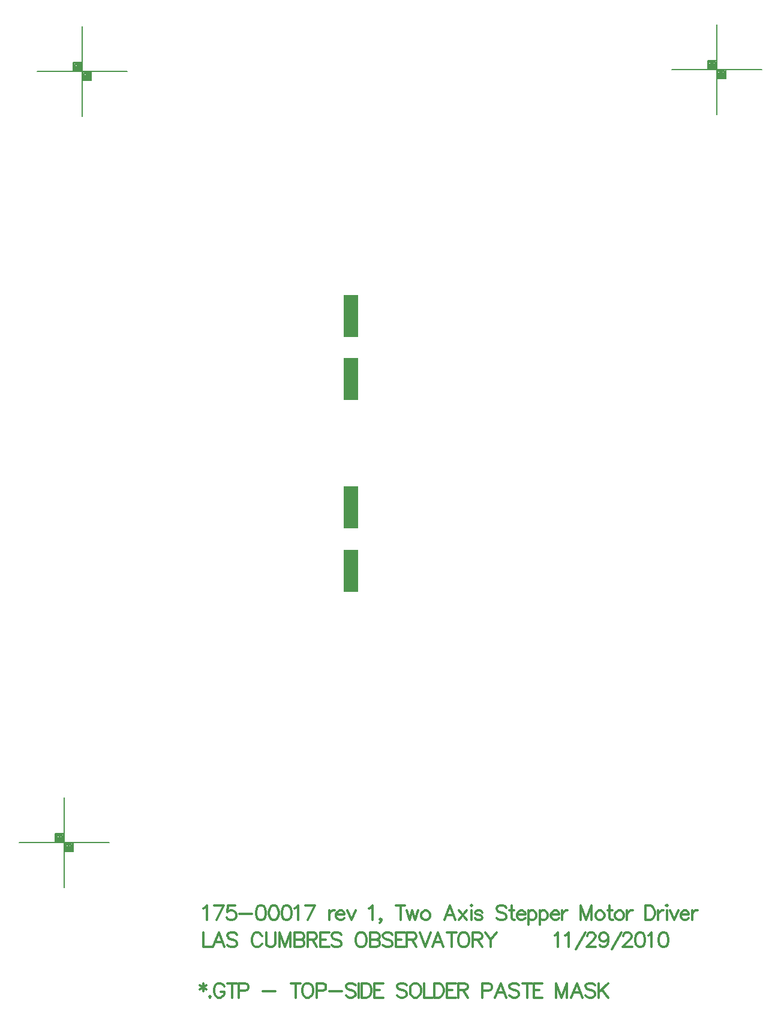
<source format=gtp>
%FSLAX23Y23*%
%MOIN*%
G70*
G01*
G75*
G04 Layer_Color=8421504*
%ADD10R,0.079X0.236*%
%ADD11C,0.007*%
%ADD12C,0.050*%
%ADD13C,0.010*%
%ADD14C,0.020*%
%ADD15C,0.012*%
%ADD16C,0.008*%
%ADD17C,0.012*%
%ADD18C,0.012*%
%ADD19C,0.050*%
%ADD20C,0.079*%
%ADD21R,0.079X0.079*%
%ADD22R,0.059X0.059*%
%ADD23C,0.059*%
%ADD24C,0.276*%
%ADD25C,0.219*%
%ADD26C,0.024*%
%ADD27C,0.040*%
%ADD28C,0.065*%
G04:AMPARAMS|DCode=29|XSize=85mil|YSize=85mil|CornerRadius=0mil|HoleSize=0mil|Usage=FLASHONLY|Rotation=0.000|XOffset=0mil|YOffset=0mil|HoleType=Round|Shape=Relief|Width=10mil|Gap=10mil|Entries=4|*
%AMTHD29*
7,0,0,0.085,0.065,0.010,45*
%
%ADD29THD29*%
%ADD30C,0.099*%
G04:AMPARAMS|DCode=31|XSize=119.055mil|YSize=119.055mil|CornerRadius=0mil|HoleSize=0mil|Usage=FLASHONLY|Rotation=0.000|XOffset=0mil|YOffset=0mil|HoleType=Round|Shape=Relief|Width=10mil|Gap=10mil|Entries=4|*
%AMTHD31*
7,0,0,0.119,0.099,0.010,45*
%
%ADD31THD31*%
%ADD32C,0.075*%
%ADD33C,0.197*%
%ADD34C,0.206*%
%ADD35C,0.068*%
G04:AMPARAMS|DCode=36|XSize=70mil|YSize=70mil|CornerRadius=0mil|HoleSize=0mil|Usage=FLASHONLY|Rotation=0.000|XOffset=0mil|YOffset=0mil|HoleType=Round|Shape=Relief|Width=10mil|Gap=10mil|Entries=4|*
%AMTHD36*
7,0,0,0.070,0.050,0.010,45*
%
%ADD36THD36*%
G04:AMPARAMS|DCode=37|XSize=88mil|YSize=88mil|CornerRadius=0mil|HoleSize=0mil|Usage=FLASHONLY|Rotation=0.000|XOffset=0mil|YOffset=0mil|HoleType=Round|Shape=Relief|Width=10mil|Gap=10mil|Entries=4|*
%AMTHD37*
7,0,0,0.088,0.068,0.010,45*
%
%ADD37THD37*%
%ADD38C,0.075*%
%ADD39O,0.079X0.024*%
%ADD40R,0.078X0.048*%
%ADD41R,0.050X0.050*%
%ADD42R,0.130X0.094*%
%ADD43R,0.020X0.709*%
%ADD44R,0.085X0.016*%
%ADD45R,0.059X0.039*%
%ADD46C,0.030*%
%ADD47C,0.005*%
%ADD48C,0.008*%
%ADD49R,0.149X0.227*%
D10*
X31838Y22190D02*
D03*
Y22542D02*
D03*
Y21477D02*
D03*
Y21125D02*
D03*
D16*
X33620Y23910D02*
X34120D01*
X33870Y23660D02*
Y24160D01*
X33820Y23910D02*
Y23960D01*
X33870D01*
X33920Y23860D02*
Y23910D01*
X33870Y23860D02*
X33920D01*
X33875Y23905D02*
X33915D01*
Y23865D02*
Y23905D01*
X33875Y23865D02*
X33915D01*
X33875D02*
Y23905D01*
X33880Y23900D02*
X33910D01*
Y23870D02*
Y23900D01*
X33880Y23870D02*
X33910D01*
X33880D02*
Y23895D01*
X33885D02*
X33905D01*
Y23875D02*
Y23895D01*
X33885Y23875D02*
X33905D01*
X33885D02*
Y23890D01*
X33890D02*
X33900D01*
Y23880D02*
Y23890D01*
X33890Y23880D02*
X33900D01*
X33890D02*
Y23890D01*
Y23885D02*
X33900D01*
X33825Y23955D02*
X33865D01*
Y23915D02*
Y23955D01*
X33825Y23915D02*
X33865D01*
X33825D02*
Y23955D01*
X33830Y23950D02*
X33860D01*
Y23920D02*
Y23950D01*
X33830Y23920D02*
X33860D01*
X33830D02*
Y23945D01*
X33835D02*
X33855D01*
Y23925D02*
Y23945D01*
X33835Y23925D02*
X33855D01*
X33835D02*
Y23940D01*
X33840D02*
X33850D01*
Y23930D02*
Y23940D01*
X33840Y23930D02*
X33850D01*
X33840D02*
Y23940D01*
Y23935D02*
X33850D01*
X30094Y23901D02*
X30594D01*
X30344Y23651D02*
Y24151D01*
X30294Y23901D02*
Y23951D01*
X30344D01*
X30394Y23851D02*
Y23901D01*
X30344Y23851D02*
X30394D01*
X30349Y23896D02*
X30389D01*
Y23856D02*
Y23896D01*
X30349Y23856D02*
X30389D01*
X30349D02*
Y23896D01*
X30354Y23891D02*
X30384D01*
Y23861D02*
Y23891D01*
X30354Y23861D02*
X30384D01*
X30354D02*
Y23886D01*
X30359D02*
X30379D01*
Y23866D02*
Y23886D01*
X30359Y23866D02*
X30379D01*
X30359D02*
Y23881D01*
X30364D02*
X30374D01*
Y23871D02*
Y23881D01*
X30364Y23871D02*
X30374D01*
X30364D02*
Y23881D01*
Y23876D02*
X30374D01*
X30299Y23946D02*
X30339D01*
Y23906D02*
Y23946D01*
X30299Y23906D02*
X30339D01*
X30299D02*
Y23946D01*
X30304Y23941D02*
X30334D01*
Y23911D02*
Y23941D01*
X30304Y23911D02*
X30334D01*
X30304D02*
Y23936D01*
X30309D02*
X30329D01*
Y23916D02*
Y23936D01*
X30309Y23916D02*
X30329D01*
X30309D02*
Y23931D01*
X30314D02*
X30324D01*
Y23921D02*
Y23931D01*
X30314Y23921D02*
X30324D01*
X30314D02*
Y23931D01*
Y23926D02*
X30324D01*
X29995Y19615D02*
X30495D01*
X30245Y19365D02*
Y19865D01*
X30195Y19615D02*
Y19665D01*
X30245D01*
X30295Y19565D02*
Y19615D01*
X30245Y19565D02*
X30295D01*
X30250Y19610D02*
X30290D01*
Y19570D02*
Y19610D01*
X30250Y19570D02*
X30290D01*
X30250D02*
Y19610D01*
X30255Y19605D02*
X30285D01*
Y19575D02*
Y19605D01*
X30255Y19575D02*
X30285D01*
X30255D02*
Y19600D01*
X30260D02*
X30280D01*
Y19580D02*
Y19600D01*
X30260Y19580D02*
X30280D01*
X30260D02*
Y19595D01*
X30265D02*
X30275D01*
Y19585D02*
Y19595D01*
X30265Y19585D02*
X30275D01*
X30265D02*
Y19595D01*
Y19590D02*
X30275D01*
X30200Y19660D02*
X30240D01*
Y19620D02*
Y19660D01*
X30200Y19620D02*
X30240D01*
X30200D02*
Y19660D01*
X30205Y19655D02*
X30235D01*
Y19625D02*
Y19655D01*
X30205Y19625D02*
X30235D01*
X30205D02*
Y19650D01*
X30210D02*
X30230D01*
Y19630D02*
Y19650D01*
X30210Y19630D02*
X30230D01*
X30210D02*
Y19645D01*
X30215D02*
X30225D01*
Y19635D02*
Y19645D01*
X30215Y19635D02*
X30225D01*
X30215D02*
Y19645D01*
Y19640D02*
X30225D01*
D17*
X31016Y18832D02*
Y18786D01*
X30997Y18821D02*
X31035Y18798D01*
Y18821D02*
X30997Y18798D01*
X31055Y18760D02*
X31051Y18756D01*
X31055Y18752D01*
X31059Y18756D01*
X31055Y18760D01*
X31133Y18813D02*
X31130Y18821D01*
X31122Y18828D01*
X31114Y18832D01*
X31099D01*
X31092Y18828D01*
X31084Y18821D01*
X31080Y18813D01*
X31076Y18802D01*
Y18783D01*
X31080Y18771D01*
X31084Y18763D01*
X31092Y18756D01*
X31099Y18752D01*
X31114D01*
X31122Y18756D01*
X31130Y18763D01*
X31133Y18771D01*
Y18783D01*
X31114D02*
X31133D01*
X31178Y18832D02*
Y18752D01*
X31152Y18832D02*
X31205D01*
X31215Y18790D02*
X31249D01*
X31260Y18794D01*
X31264Y18798D01*
X31268Y18805D01*
Y18817D01*
X31264Y18824D01*
X31260Y18828D01*
X31249Y18832D01*
X31215D01*
Y18752D01*
X31349Y18786D02*
X31417D01*
X31530Y18832D02*
Y18752D01*
X31504Y18832D02*
X31557D01*
X31589D02*
X31582Y18828D01*
X31574Y18821D01*
X31570Y18813D01*
X31567Y18802D01*
Y18783D01*
X31570Y18771D01*
X31574Y18763D01*
X31582Y18756D01*
X31589Y18752D01*
X31605D01*
X31612Y18756D01*
X31620Y18763D01*
X31624Y18771D01*
X31627Y18783D01*
Y18802D01*
X31624Y18813D01*
X31620Y18821D01*
X31612Y18828D01*
X31605Y18832D01*
X31589D01*
X31646Y18790D02*
X31680D01*
X31692Y18794D01*
X31696Y18798D01*
X31699Y18805D01*
Y18817D01*
X31696Y18824D01*
X31692Y18828D01*
X31680Y18832D01*
X31646D01*
Y18752D01*
X31717Y18786D02*
X31786D01*
X31863Y18821D02*
X31855Y18828D01*
X31844Y18832D01*
X31829D01*
X31817Y18828D01*
X31810Y18821D01*
Y18813D01*
X31813Y18805D01*
X31817Y18802D01*
X31825Y18798D01*
X31848Y18790D01*
X31855Y18786D01*
X31859Y18783D01*
X31863Y18775D01*
Y18763D01*
X31855Y18756D01*
X31844Y18752D01*
X31829D01*
X31817Y18756D01*
X31810Y18763D01*
X31881Y18832D02*
Y18752D01*
X31898Y18832D02*
Y18752D01*
Y18832D02*
X31924D01*
X31936Y18828D01*
X31943Y18821D01*
X31947Y18813D01*
X31951Y18802D01*
Y18783D01*
X31947Y18771D01*
X31943Y18763D01*
X31936Y18756D01*
X31924Y18752D01*
X31898D01*
X32018Y18832D02*
X31969D01*
Y18752D01*
X32018D01*
X31969Y18794D02*
X31999D01*
X32148Y18821D02*
X32140Y18828D01*
X32129Y18832D01*
X32113D01*
X32102Y18828D01*
X32094Y18821D01*
Y18813D01*
X32098Y18805D01*
X32102Y18802D01*
X32110Y18798D01*
X32133Y18790D01*
X32140Y18786D01*
X32144Y18783D01*
X32148Y18775D01*
Y18763D01*
X32140Y18756D01*
X32129Y18752D01*
X32113D01*
X32102Y18756D01*
X32094Y18763D01*
X32188Y18832D02*
X32181Y18828D01*
X32173Y18821D01*
X32169Y18813D01*
X32166Y18802D01*
Y18783D01*
X32169Y18771D01*
X32173Y18763D01*
X32181Y18756D01*
X32188Y18752D01*
X32204D01*
X32211Y18756D01*
X32219Y18763D01*
X32223Y18771D01*
X32227Y18783D01*
Y18802D01*
X32223Y18813D01*
X32219Y18821D01*
X32211Y18828D01*
X32204Y18832D01*
X32188D01*
X32245D02*
Y18752D01*
X32291D01*
X32300Y18832D02*
Y18752D01*
Y18832D02*
X32326D01*
X32338Y18828D01*
X32345Y18821D01*
X32349Y18813D01*
X32353Y18802D01*
Y18783D01*
X32349Y18771D01*
X32345Y18763D01*
X32338Y18756D01*
X32326Y18752D01*
X32300D01*
X32420Y18832D02*
X32371D01*
Y18752D01*
X32420D01*
X32371Y18794D02*
X32401D01*
X32434Y18832D02*
Y18752D01*
Y18832D02*
X32468D01*
X32479Y18828D01*
X32483Y18824D01*
X32487Y18817D01*
Y18809D01*
X32483Y18802D01*
X32479Y18798D01*
X32468Y18794D01*
X32434D01*
X32460D02*
X32487Y18752D01*
X32568Y18790D02*
X32602D01*
X32614Y18794D01*
X32617Y18798D01*
X32621Y18805D01*
Y18817D01*
X32617Y18824D01*
X32614Y18828D01*
X32602Y18832D01*
X32568D01*
Y18752D01*
X32700D02*
X32670Y18832D01*
X32639Y18752D01*
X32650Y18779D02*
X32689D01*
X32772Y18821D02*
X32764Y18828D01*
X32753Y18832D01*
X32738D01*
X32726Y18828D01*
X32719Y18821D01*
Y18813D01*
X32722Y18805D01*
X32726Y18802D01*
X32734Y18798D01*
X32757Y18790D01*
X32764Y18786D01*
X32768Y18783D01*
X32772Y18775D01*
Y18763D01*
X32764Y18756D01*
X32753Y18752D01*
X32738D01*
X32726Y18756D01*
X32719Y18763D01*
X32817Y18832D02*
Y18752D01*
X32790Y18832D02*
X32843D01*
X32902D02*
X32853D01*
Y18752D01*
X32902D01*
X32853Y18794D02*
X32883D01*
X32978Y18832D02*
Y18752D01*
Y18832D02*
X33009Y18752D01*
X33039Y18832D02*
X33009Y18752D01*
X33039Y18832D02*
Y18752D01*
X33123D02*
X33093Y18832D01*
X33062Y18752D01*
X33074Y18779D02*
X33112D01*
X33195Y18821D02*
X33188Y18828D01*
X33176Y18832D01*
X33161D01*
X33149Y18828D01*
X33142Y18821D01*
Y18813D01*
X33146Y18805D01*
X33149Y18802D01*
X33157Y18798D01*
X33180Y18790D01*
X33188Y18786D01*
X33191Y18783D01*
X33195Y18775D01*
Y18763D01*
X33188Y18756D01*
X33176Y18752D01*
X33161D01*
X33149Y18756D01*
X33142Y18763D01*
X33213Y18832D02*
Y18752D01*
X33266Y18832D02*
X33213Y18779D01*
X33232Y18798D02*
X33266Y18752D01*
X31018Y19247D02*
X31025Y19251D01*
X31037Y19263D01*
Y19183D01*
X31130Y19263D02*
X31092Y19183D01*
X31076Y19263D02*
X31130D01*
X31193D02*
X31155D01*
X31151Y19228D01*
X31155Y19232D01*
X31167Y19236D01*
X31178D01*
X31190Y19232D01*
X31197Y19225D01*
X31201Y19213D01*
Y19205D01*
X31197Y19194D01*
X31190Y19186D01*
X31178Y19183D01*
X31167D01*
X31155Y19186D01*
X31151Y19190D01*
X31148Y19198D01*
X31219Y19217D02*
X31287D01*
X31334Y19263D02*
X31322Y19259D01*
X31315Y19247D01*
X31311Y19228D01*
Y19217D01*
X31315Y19198D01*
X31322Y19186D01*
X31334Y19183D01*
X31342D01*
X31353Y19186D01*
X31361Y19198D01*
X31364Y19217D01*
Y19228D01*
X31361Y19247D01*
X31353Y19259D01*
X31342Y19263D01*
X31334D01*
X31405D02*
X31394Y19259D01*
X31386Y19247D01*
X31382Y19228D01*
Y19217D01*
X31386Y19198D01*
X31394Y19186D01*
X31405Y19183D01*
X31413D01*
X31424Y19186D01*
X31432Y19198D01*
X31436Y19217D01*
Y19228D01*
X31432Y19247D01*
X31424Y19259D01*
X31413Y19263D01*
X31405D01*
X31476D02*
X31465Y19259D01*
X31457Y19247D01*
X31454Y19228D01*
Y19217D01*
X31457Y19198D01*
X31465Y19186D01*
X31476Y19183D01*
X31484D01*
X31495Y19186D01*
X31503Y19198D01*
X31507Y19217D01*
Y19228D01*
X31503Y19247D01*
X31495Y19259D01*
X31484Y19263D01*
X31476D01*
X31525Y19247D02*
X31532Y19251D01*
X31544Y19263D01*
Y19183D01*
X31637Y19263D02*
X31599Y19183D01*
X31583Y19263D02*
X31637D01*
X31717Y19236D02*
Y19183D01*
Y19213D02*
X31721Y19225D01*
X31729Y19232D01*
X31736Y19236D01*
X31748D01*
X31755Y19213D02*
X31801D01*
Y19221D01*
X31797Y19228D01*
X31793Y19232D01*
X31786Y19236D01*
X31774D01*
X31767Y19232D01*
X31759Y19225D01*
X31755Y19213D01*
Y19205D01*
X31759Y19194D01*
X31767Y19186D01*
X31774Y19183D01*
X31786D01*
X31793Y19186D01*
X31801Y19194D01*
X31818Y19236D02*
X31841Y19183D01*
X31864Y19236D02*
X31841Y19183D01*
X31939Y19247D02*
X31947Y19251D01*
X31959Y19263D01*
Y19183D01*
X32006Y19186D02*
X32002Y19183D01*
X31998Y19186D01*
X32002Y19190D01*
X32006Y19186D01*
Y19179D01*
X32002Y19171D01*
X31998Y19167D01*
X32113Y19263D02*
Y19183D01*
X32086Y19263D02*
X32139D01*
X32149Y19236D02*
X32164Y19183D01*
X32179Y19236D02*
X32164Y19183D01*
X32179Y19236D02*
X32195Y19183D01*
X32210Y19236D02*
X32195Y19183D01*
X32248Y19236D02*
X32240Y19232D01*
X32232Y19225D01*
X32229Y19213D01*
Y19205D01*
X32232Y19194D01*
X32240Y19186D01*
X32248Y19183D01*
X32259D01*
X32267Y19186D01*
X32274Y19194D01*
X32278Y19205D01*
Y19213D01*
X32274Y19225D01*
X32267Y19232D01*
X32259Y19236D01*
X32248D01*
X32419Y19183D02*
X32389Y19263D01*
X32358Y19183D01*
X32370Y19209D02*
X32408D01*
X32438Y19236D02*
X32480Y19183D01*
Y19236D02*
X32438Y19183D01*
X32504Y19263D02*
X32508Y19259D01*
X32512Y19263D01*
X32508Y19266D01*
X32504Y19263D01*
X32508Y19236D02*
Y19183D01*
X32568Y19225D02*
X32564Y19232D01*
X32553Y19236D01*
X32541D01*
X32530Y19232D01*
X32526Y19225D01*
X32530Y19217D01*
X32537Y19213D01*
X32557Y19209D01*
X32564Y19205D01*
X32568Y19198D01*
Y19194D01*
X32564Y19186D01*
X32553Y19183D01*
X32541D01*
X32530Y19186D01*
X32526Y19194D01*
X32701Y19251D02*
X32693Y19259D01*
X32682Y19263D01*
X32667D01*
X32655Y19259D01*
X32648Y19251D01*
Y19244D01*
X32651Y19236D01*
X32655Y19232D01*
X32663Y19228D01*
X32686Y19221D01*
X32693Y19217D01*
X32697Y19213D01*
X32701Y19205D01*
Y19194D01*
X32693Y19186D01*
X32682Y19183D01*
X32667D01*
X32655Y19186D01*
X32648Y19194D01*
X32730Y19263D02*
Y19198D01*
X32734Y19186D01*
X32742Y19183D01*
X32749D01*
X32719Y19236D02*
X32745D01*
X32761Y19213D02*
X32806D01*
Y19221D01*
X32803Y19228D01*
X32799Y19232D01*
X32791Y19236D01*
X32780D01*
X32772Y19232D01*
X32764Y19225D01*
X32761Y19213D01*
Y19205D01*
X32764Y19194D01*
X32772Y19186D01*
X32780Y19183D01*
X32791D01*
X32799Y19186D01*
X32806Y19194D01*
X32823Y19236D02*
Y19156D01*
Y19225D02*
X32831Y19232D01*
X32839Y19236D01*
X32850D01*
X32858Y19232D01*
X32865Y19225D01*
X32869Y19213D01*
Y19205D01*
X32865Y19194D01*
X32858Y19186D01*
X32850Y19183D01*
X32839D01*
X32831Y19186D01*
X32823Y19194D01*
X32886Y19236D02*
Y19156D01*
Y19225D02*
X32894Y19232D01*
X32902Y19236D01*
X32913D01*
X32921Y19232D01*
X32928Y19225D01*
X32932Y19213D01*
Y19205D01*
X32928Y19194D01*
X32921Y19186D01*
X32913Y19183D01*
X32902D01*
X32894Y19186D01*
X32886Y19194D01*
X32949Y19213D02*
X32995D01*
Y19221D01*
X32991Y19228D01*
X32987Y19232D01*
X32980Y19236D01*
X32968D01*
X32961Y19232D01*
X32953Y19225D01*
X32949Y19213D01*
Y19205D01*
X32953Y19194D01*
X32961Y19186D01*
X32968Y19183D01*
X32980D01*
X32987Y19186D01*
X32995Y19194D01*
X33012Y19236D02*
Y19183D01*
Y19213D02*
X33016Y19225D01*
X33023Y19232D01*
X33031Y19236D01*
X33042D01*
X33113Y19263D02*
Y19183D01*
Y19263D02*
X33143Y19183D01*
X33174Y19263D02*
X33143Y19183D01*
X33174Y19263D02*
Y19183D01*
X33215Y19236D02*
X33208Y19232D01*
X33200Y19225D01*
X33196Y19213D01*
Y19205D01*
X33200Y19194D01*
X33208Y19186D01*
X33215Y19183D01*
X33227D01*
X33234Y19186D01*
X33242Y19194D01*
X33246Y19205D01*
Y19213D01*
X33242Y19225D01*
X33234Y19232D01*
X33227Y19236D01*
X33215D01*
X33275Y19263D02*
Y19198D01*
X33279Y19186D01*
X33286Y19183D01*
X33294D01*
X33263Y19236D02*
X33290D01*
X33324D02*
X33317Y19232D01*
X33309Y19225D01*
X33305Y19213D01*
Y19205D01*
X33309Y19194D01*
X33317Y19186D01*
X33324Y19183D01*
X33336D01*
X33343Y19186D01*
X33351Y19194D01*
X33355Y19205D01*
Y19213D01*
X33351Y19225D01*
X33343Y19232D01*
X33336Y19236D01*
X33324D01*
X33372D02*
Y19183D01*
Y19213D02*
X33376Y19225D01*
X33384Y19232D01*
X33391Y19236D01*
X33403D01*
X33473Y19263D02*
Y19183D01*
Y19263D02*
X33500D01*
X33511Y19259D01*
X33519Y19251D01*
X33522Y19244D01*
X33526Y19232D01*
Y19213D01*
X33522Y19202D01*
X33519Y19194D01*
X33511Y19186D01*
X33500Y19183D01*
X33473D01*
X33544Y19236D02*
Y19183D01*
Y19213D02*
X33548Y19225D01*
X33556Y19232D01*
X33563Y19236D01*
X33575D01*
X33589Y19263D02*
X33593Y19259D01*
X33597Y19263D01*
X33593Y19266D01*
X33589Y19263D01*
X33593Y19236D02*
Y19183D01*
X33611Y19236D02*
X33634Y19183D01*
X33657Y19236D02*
X33634Y19183D01*
X33670Y19213D02*
X33715D01*
Y19221D01*
X33712Y19228D01*
X33708Y19232D01*
X33700Y19236D01*
X33689D01*
X33681Y19232D01*
X33674Y19225D01*
X33670Y19213D01*
Y19205D01*
X33674Y19194D01*
X33681Y19186D01*
X33689Y19183D01*
X33700D01*
X33708Y19186D01*
X33715Y19194D01*
X33733Y19236D02*
Y19183D01*
Y19213D02*
X33736Y19225D01*
X33744Y19232D01*
X33752Y19236D01*
X33763D01*
D18*
X31018Y19113D02*
Y19033D01*
X31063D01*
X31133D02*
X31103Y19113D01*
X31072Y19033D01*
X31084Y19059D02*
X31122D01*
X31205Y19101D02*
X31198Y19109D01*
X31186Y19113D01*
X31171D01*
X31159Y19109D01*
X31152Y19101D01*
Y19094D01*
X31156Y19086D01*
X31159Y19082D01*
X31167Y19078D01*
X31190Y19071D01*
X31198Y19067D01*
X31201Y19063D01*
X31205Y19055D01*
Y19044D01*
X31198Y19036D01*
X31186Y19033D01*
X31171D01*
X31159Y19036D01*
X31152Y19044D01*
X31343Y19094D02*
X31339Y19101D01*
X31332Y19109D01*
X31324Y19113D01*
X31309D01*
X31301Y19109D01*
X31294Y19101D01*
X31290Y19094D01*
X31286Y19082D01*
Y19063D01*
X31290Y19052D01*
X31294Y19044D01*
X31301Y19036D01*
X31309Y19033D01*
X31324D01*
X31332Y19036D01*
X31339Y19044D01*
X31343Y19052D01*
X31366Y19113D02*
Y19055D01*
X31369Y19044D01*
X31377Y19036D01*
X31388Y19033D01*
X31396D01*
X31407Y19036D01*
X31415Y19044D01*
X31419Y19055D01*
Y19113D01*
X31441D02*
Y19033D01*
Y19113D02*
X31471Y19033D01*
X31502Y19113D02*
X31471Y19033D01*
X31502Y19113D02*
Y19033D01*
X31525Y19113D02*
Y19033D01*
Y19113D02*
X31559D01*
X31570Y19109D01*
X31574Y19105D01*
X31578Y19097D01*
Y19090D01*
X31574Y19082D01*
X31570Y19078D01*
X31559Y19075D01*
X31525D02*
X31559D01*
X31570Y19071D01*
X31574Y19067D01*
X31578Y19059D01*
Y19048D01*
X31574Y19040D01*
X31570Y19036D01*
X31559Y19033D01*
X31525D01*
X31596Y19113D02*
Y19033D01*
Y19113D02*
X31630D01*
X31642Y19109D01*
X31645Y19105D01*
X31649Y19097D01*
Y19090D01*
X31645Y19082D01*
X31642Y19078D01*
X31630Y19075D01*
X31596D01*
X31623D02*
X31649Y19033D01*
X31717Y19113D02*
X31667D01*
Y19033D01*
X31717D01*
X31667Y19075D02*
X31698D01*
X31783Y19101D02*
X31776Y19109D01*
X31764Y19113D01*
X31749D01*
X31738Y19109D01*
X31730Y19101D01*
Y19094D01*
X31734Y19086D01*
X31738Y19082D01*
X31745Y19078D01*
X31768Y19071D01*
X31776Y19067D01*
X31780Y19063D01*
X31783Y19055D01*
Y19044D01*
X31776Y19036D01*
X31764Y19033D01*
X31749D01*
X31738Y19036D01*
X31730Y19044D01*
X31887Y19113D02*
X31879Y19109D01*
X31872Y19101D01*
X31868Y19094D01*
X31864Y19082D01*
Y19063D01*
X31868Y19052D01*
X31872Y19044D01*
X31879Y19036D01*
X31887Y19033D01*
X31902D01*
X31910Y19036D01*
X31917Y19044D01*
X31921Y19052D01*
X31925Y19063D01*
Y19082D01*
X31921Y19094D01*
X31917Y19101D01*
X31910Y19109D01*
X31902Y19113D01*
X31887D01*
X31944D02*
Y19033D01*
Y19113D02*
X31978D01*
X31989Y19109D01*
X31993Y19105D01*
X31997Y19097D01*
Y19090D01*
X31993Y19082D01*
X31989Y19078D01*
X31978Y19075D01*
X31944D02*
X31978D01*
X31989Y19071D01*
X31993Y19067D01*
X31997Y19059D01*
Y19048D01*
X31993Y19040D01*
X31989Y19036D01*
X31978Y19033D01*
X31944D01*
X32068Y19101D02*
X32061Y19109D01*
X32049Y19113D01*
X32034D01*
X32023Y19109D01*
X32015Y19101D01*
Y19094D01*
X32019Y19086D01*
X32023Y19082D01*
X32030Y19078D01*
X32053Y19071D01*
X32061Y19067D01*
X32064Y19063D01*
X32068Y19055D01*
Y19044D01*
X32061Y19036D01*
X32049Y19033D01*
X32034D01*
X32023Y19036D01*
X32015Y19044D01*
X32136Y19113D02*
X32086D01*
Y19033D01*
X32136D01*
X32086Y19075D02*
X32117D01*
X32149Y19113D02*
Y19033D01*
Y19113D02*
X32183D01*
X32195Y19109D01*
X32198Y19105D01*
X32202Y19097D01*
Y19090D01*
X32198Y19082D01*
X32195Y19078D01*
X32183Y19075D01*
X32149D01*
X32176D02*
X32202Y19033D01*
X32220Y19113D02*
X32251Y19033D01*
X32281Y19113D02*
X32251Y19033D01*
X32352D02*
X32322Y19113D01*
X32291Y19033D01*
X32303Y19059D02*
X32341D01*
X32398Y19113D02*
Y19033D01*
X32371Y19113D02*
X32424D01*
X32457D02*
X32449Y19109D01*
X32441Y19101D01*
X32438Y19094D01*
X32434Y19082D01*
Y19063D01*
X32438Y19052D01*
X32441Y19044D01*
X32449Y19036D01*
X32457Y19033D01*
X32472D01*
X32480Y19036D01*
X32487Y19044D01*
X32491Y19052D01*
X32495Y19063D01*
Y19082D01*
X32491Y19094D01*
X32487Y19101D01*
X32480Y19109D01*
X32472Y19113D01*
X32457D01*
X32513D02*
Y19033D01*
Y19113D02*
X32548D01*
X32559Y19109D01*
X32563Y19105D01*
X32567Y19097D01*
Y19090D01*
X32563Y19082D01*
X32559Y19078D01*
X32548Y19075D01*
X32513D01*
X32540D02*
X32567Y19033D01*
X32585Y19113D02*
X32615Y19075D01*
Y19033D01*
X32646Y19113D02*
X32615Y19075D01*
X32970Y19097D02*
X32978Y19101D01*
X32989Y19113D01*
Y19033D01*
X33029Y19097D02*
X33036Y19101D01*
X33048Y19113D01*
Y19033D01*
X33087Y19021D02*
X33141Y19113D01*
X33150Y19094D02*
Y19097D01*
X33154Y19105D01*
X33158Y19109D01*
X33165Y19113D01*
X33180D01*
X33188Y19109D01*
X33192Y19105D01*
X33196Y19097D01*
Y19090D01*
X33192Y19082D01*
X33184Y19071D01*
X33146Y19033D01*
X33199D01*
X33267Y19086D02*
X33263Y19075D01*
X33255Y19067D01*
X33244Y19063D01*
X33240D01*
X33229Y19067D01*
X33221Y19075D01*
X33217Y19086D01*
Y19090D01*
X33221Y19101D01*
X33229Y19109D01*
X33240Y19113D01*
X33244D01*
X33255Y19109D01*
X33263Y19101D01*
X33267Y19086D01*
Y19067D01*
X33263Y19048D01*
X33255Y19036D01*
X33244Y19033D01*
X33236D01*
X33225Y19036D01*
X33221Y19044D01*
X33289Y19021D02*
X33342Y19113D01*
X33351Y19094D02*
Y19097D01*
X33355Y19105D01*
X33359Y19109D01*
X33366Y19113D01*
X33381D01*
X33389Y19109D01*
X33393Y19105D01*
X33397Y19097D01*
Y19090D01*
X33393Y19082D01*
X33385Y19071D01*
X33347Y19033D01*
X33401D01*
X33441Y19113D02*
X33430Y19109D01*
X33422Y19097D01*
X33418Y19078D01*
Y19067D01*
X33422Y19048D01*
X33430Y19036D01*
X33441Y19033D01*
X33449D01*
X33460Y19036D01*
X33468Y19048D01*
X33472Y19067D01*
Y19078D01*
X33468Y19097D01*
X33460Y19109D01*
X33449Y19113D01*
X33441D01*
X33490Y19097D02*
X33497Y19101D01*
X33509Y19113D01*
Y19033D01*
X33571Y19113D02*
X33560Y19109D01*
X33552Y19097D01*
X33548Y19078D01*
Y19067D01*
X33552Y19048D01*
X33560Y19036D01*
X33571Y19033D01*
X33579D01*
X33590Y19036D01*
X33598Y19048D01*
X33602Y19067D01*
Y19078D01*
X33598Y19097D01*
X33590Y19109D01*
X33579Y19113D01*
X33571D01*
M02*

</source>
